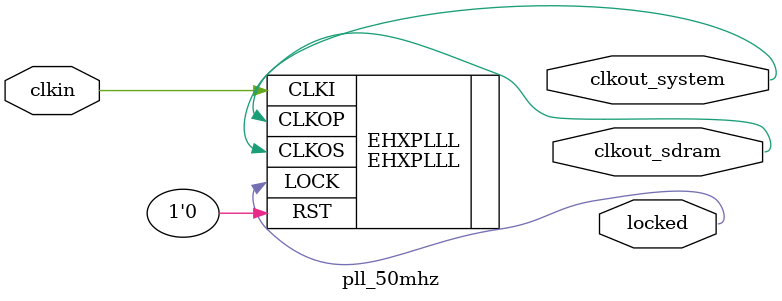
<source format=v>
module pll_50mhz
(
    input clkin,
    output clkout_sdram,
    output clkout_system,
    output locked
);

EHXPLLL #(
  .CLKFB_DIV(5'd16),
  .CLKI_DIV(1'd1),
  .CLKOP_CPHASE(4'd9), // 7
  .CLKOP_FPHASE(1'd0),
  .CLKOP_DIV(4'd8),
  .CLKOP_ENABLE("ENABLED"),
  .CLKOS3_CPHASE(5'd23),
  .CLKOS3_DIV(1'd1),
  .CLKOS3_ENABLE("ENABLED"),
  .CLKOS3_FPHASE(1'd0),
  .CLKOS_CPHASE(4'd7), // 9
  .CLKOS_FPHASE(1'd0),
  .CLKOS_DIV(4'd4),
  .CLKOS_ENABLE("ENABLED"),
  .FEEDBK_PATH("INT_OS3")
) EHXPLLL (
  .CLKI(clkin),
  .RST(1'b0),
  .CLKOP(clkout_system),
  .CLKOS(clkout_sdram),
  .LOCK(locked)
);

endmodule // pll_50mhz
</source>
